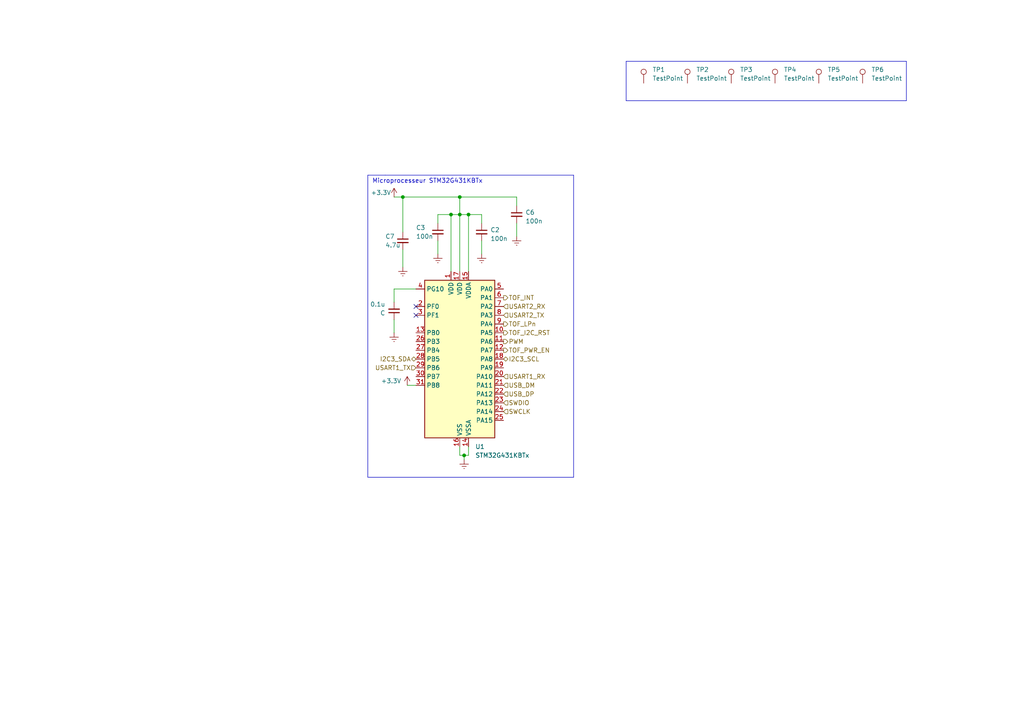
<source format=kicad_sch>
(kicad_sch (version 20230121) (generator eeschema)
  (paper "A4")
  (lib_symbols
    (symbol "Connector:TestPoint" (pin_numbers hide) (pin_names (offset 0.762) hide)
      (property "Reference" "TP" (at 0 6.858 0))
      (property "Value" "TestPoint" (at 0 5.08 0))
      (symbol "TestPoint_0_1"
        (circle (center 0 3.302) (radius 0.762))
      )
      (symbol "TestPoint_1_1"
        (pin passive line (at 0 0 90) (length 2.54) (name "1") (number "1"))
      )
    )
    (symbol "Device:C_Small" (pin_numbers hide) (pin_names (offset 0.254) hide)
      (property "Reference" "C" (at 0.254 1.778 0))
      (property "Value" "C_Small" (at 0.254 -2.032 0))
      (symbol "C_Small_0_1"
        (polyline (pts (xy -1.524 -0.508) (xy 1.524 -0.508)) (stroke (width 0.3302)))
        (polyline (pts (xy -1.524 0.508) (xy 1.524 0.508)) (stroke (width 0.3048)))
      )
      (symbol "C_Small_1_1"
        (pin passive line (at 0 2.54 270) (length 2.032) (name "~") (number "1"))
        (pin passive line (at 0 -2.54 90) (length 2.032) (name "~") (number "2"))
      )
    )
    (symbol "MCU_ST_STM32G4:STM32G431KBTx"
      (property "Reference" "U" (at -10.16 24.13 0))
      (property "Value" "STM32G431KBTx" (at 5.08 24.13 0))
      (symbol "STM32G431KBTx_0_1"
        (rectangle (start -10.16 -22.86) (end 10.16 22.86) (stroke (width 0.254)) (fill (type background)))
      )
      (symbol "STM32G431KBTx_1_1"
        (pin power_in line (at -2.54 25.4 270) (length 2.54) (name "VDD") (number "1"))
        (pin bidirectional line (at 12.7 7.62 180) (length 2.54) (name "PA5") (number "10"))
        (pin bidirectional line (at 12.7 5.08 180) (length 2.54) (name "PA6") (number "11"))
        (pin bidirectional line (at 12.7 2.54 180) (length 2.54) (name "PA7") (number "12"))
        (pin bidirectional line (at -12.7 7.62 0) (length 2.54) (name "PB0") (number "13"))
        (pin power_in line (at 2.54 -25.4 90) (length 2.54) (name "VSSA") (number "14"))
        (pin power_in line (at 2.54 25.4 270) (length 2.54) (name "VDDA") (number "15"))
        (pin power_in line (at 0 -25.4 90) (length 2.54) (name "VSS") (number "16"))
        (pin power_in line (at 0 25.4 270) (length 2.54) (name "VDD") (number "17"))
        (pin bidirectional line (at 12.7 0 180) (length 2.54) (name "PA8") (number "18"))
        (pin bidirectional line (at 12.7 -2.54 180) (length 2.54) (name "PA9") (number "19"))
        (pin bidirectional line (at -12.7 15.24 0) (length 2.54) (name "PF0") (number "2"))
        (pin bidirectional line (at 12.7 -5.08 180) (length 2.54) (name "PA10") (number "20"))
        (pin bidirectional line (at 12.7 -7.62 180) (length 2.54) (name "PA11") (number "21"))
        (pin bidirectional line (at 12.7 -10.16 180) (length 2.54) (name "PA12") (number "22"))
        (pin bidirectional line (at 12.7 -12.7 180) (length 2.54) (name "PA13") (number "23"))
        (pin bidirectional line (at 12.7 -15.24 180) (length 2.54) (name "PA14") (number "24"))
        (pin bidirectional line (at 12.7 -17.78 180) (length 2.54) (name "PA15") (number "25"))
        (pin bidirectional line (at -12.7 5.08 0) (length 2.54) (name "PB3") (number "26"))
        (pin bidirectional line (at -12.7 2.54 0) (length 2.54) (name "PB4") (number "27"))
        (pin bidirectional line (at -12.7 0 0) (length 2.54) (name "PB5") (number "28"))
        (pin bidirectional line (at -12.7 -2.54 0) (length 2.54) (name "PB6") (number "29"))
        (pin bidirectional line (at -12.7 12.7 0) (length 2.54) (name "PF1") (number "3"))
        (pin bidirectional line (at -12.7 -5.08 0) (length 2.54) (name "PB7") (number "30"))
        (pin bidirectional line (at -12.7 -7.62 0) (length 2.54) (name "PB8") (number "31"))
        (pin passive line (at 0 -25.4 90) (length 2.54) hide (name "VSS") (number "32"))
        (pin bidirectional line (at -12.7 20.32 0) (length 2.54) (name "PG10") (number "4"))
        (pin bidirectional line (at 12.7 20.32 180) (length 2.54) (name "PA0") (number "5"))
        (pin bidirectional line (at 12.7 17.78 180) (length 2.54) (name "PA1") (number "6"))
        (pin bidirectional line (at 12.7 15.24 180) (length 2.54) (name "PA2") (number "7"))
        (pin bidirectional line (at 12.7 12.7 180) (length 2.54) (name "PA3") (number "8"))
        (pin bidirectional line (at 12.7 10.16 180) (length 2.54) (name "PA4") (number "9"))
      )
    )
    (symbol "power:+3.3V" (power) (pin_names (offset 0))
      (property "Value" "+3.3V" (at 0 3.556 0))
      (symbol "+3.3V_0_1"
        (polyline (pts (xy -0.762 1.27) (xy 0 2.54)))
        (polyline (pts (xy 0 0) (xy 0 2.54)))
        (polyline (pts (xy 0 2.54) (xy 0.762 1.27)))
      )
      (symbol "+3.3V_1_1"
        (pin power_in line (at 0 0 90) (length 0) hide (name "+3.3V") (number "1"))
      )
    )
    (symbol "power:Earth" (power) (pin_names (offset 0))
      (symbol "Earth_0_1"
        (polyline (pts (xy -0.635 -1.905) (xy 0.635 -1.905)))
        (polyline (pts (xy -0.127 -2.54) (xy 0.127 -2.54)))
        (polyline (pts (xy 0 -1.27) (xy 0 0)))
        (polyline (pts (xy 1.27 -1.27) (xy -1.27 -1.27)))
      )
      (symbol "Earth_1_1"
        (pin power_in line (at 0 0 270) (length 0) hide (name "Earth") (number "1"))
      )
    )
  )
  (junction (at 133.35 62.23))
  (junction (at 134.62 132.08))
  (junction (at 116.84 57.15))
  (junction (at 130.81 62.23))
  (junction (at 135.89 62.23))
  (junction (at 133.35 57.15))
  (no_connect (at 120.65 91.44))
  (no_connect (at 120.65 88.9))
  (polyline (pts (xy 111.76 50.8) (xy 166.37 50.8)))
  (wire (pts (xy 116.84 57.15) (xy 116.84 67.31)))
  (wire (pts (xy 133.35 62.23) (xy 135.89 62.23)))
  (polyline (pts (xy 106.68 138.43) (xy 106.68 50.8)))
  (wire (pts (xy 134.62 132.08) (xy 134.62 133.35)))
  (wire (pts (xy 114.3 83.82) (xy 114.3 87.63)))
  (wire (pts (xy 135.89 132.08) (xy 134.62 132.08)))
  (wire (pts (xy 114.3 96.52) (xy 114.3 92.71)))
  (wire (pts (xy 135.89 62.23) (xy 135.89 78.74)))
  (wire (pts (xy 127 64.77) (xy 127 62.23)))
  (wire (pts (xy 127 69.85) (xy 127 73.66)))
  (polyline (pts (xy 181.61 17.78) (xy 262.89 17.78)))
  (wire (pts (xy 133.35 132.08) (xy 134.62 132.08)))
  (polyline (pts (xy 166.37 138.43) (xy 106.68 138.43)))
  (wire (pts (xy 139.7 64.77) (xy 139.7 62.23)))
  (wire (pts (xy 114.3 57.15) (xy 116.84 57.15)))
  (wire (pts (xy 130.81 62.23) (xy 130.81 78.74)))
  (polyline (pts (xy 262.89 29.21) (xy 181.61 29.21)))
  (wire (pts (xy 133.35 62.23) (xy 133.35 78.74)))
  (wire (pts (xy 118.11 111.76) (xy 120.65 111.76)))
  (polyline (pts (xy 262.89 17.78) (xy 262.89 29.21)))
  (wire (pts (xy 149.86 57.15) (xy 133.35 57.15)))
  (wire (pts (xy 135.89 62.23) (xy 139.7 62.23)))
  (wire (pts (xy 114.3 83.82) (xy 120.65 83.82)))
  (wire (pts (xy 149.86 59.69) (xy 149.86 57.15)))
  (wire (pts (xy 149.86 64.77) (xy 149.86 68.58)))
  (wire (pts (xy 127 62.23) (xy 130.81 62.23)))
  (wire (pts (xy 139.7 69.85) (xy 139.7 73.66)))
  (wire (pts (xy 135.89 129.54) (xy 135.89 132.08)))
  (wire (pts (xy 133.35 57.15) (xy 133.35 62.23)))
  (wire (pts (xy 116.84 57.15) (xy 133.35 57.15)))
  (wire (pts (xy 133.35 129.54) (xy 133.35 132.08)))
  (wire (pts (xy 130.81 62.23) (xy 133.35 62.23)))
  (polyline (pts (xy 181.61 17.78) (xy 181.61 29.21)))
  (polyline (pts (xy 106.68 50.8) (xy 111.76 50.8)))
  (wire (pts (xy 116.84 72.39) (xy 116.84 77.47)))
  (polyline (pts (xy 166.37 50.8) (xy 166.37 138.43)))
  (text "Microprocesseur STM32G431KBTx" (at 107.95 53.34 0) (effects (font (size 1.27 1.27)) (justify left bottom)))
  (hierarchical_label "SWCLK" (shape input) (at 146.05 119.38 0))
  (hierarchical_label "TOF_I2C_RST" (shape output) (at 146.05 96.52 0))
  (hierarchical_label "USART1_TX" (shape input) (at 120.65 106.68 180))
  (hierarchical_label "I2C3_SDA" (shape bidirectional) (at 120.65 104.14 180))
  (hierarchical_label "SWDIO" (shape input) (at 146.05 116.84 0))
  (hierarchical_label "USART2_RX" (shape input) (at 146.05 88.9 0))
  (hierarchical_label "PWM" (shape output) (at 146.05 99.06 0))
  (hierarchical_label "USART1_RX" (shape input) (at 146.05 109.22 0))
  (hierarchical_label "TOF_LPn" (shape output) (at 146.05 93.98 0))
  (hierarchical_label "I2C3_SCL" (shape bidirectional) (at 146.05 104.14 0))
  (hierarchical_label "USB_DP" (shape input) (at 146.05 114.3 0))
  (hierarchical_label "USART2_TX" (shape input) (at 146.05 91.44 0))
  (hierarchical_label "TOF_INT" (shape output) (at 146.05 86.36 0))
  (hierarchical_label "TOF_PWR_EN" (shape output) (at 146.05 101.6 0))
  (hierarchical_label "USB_DM" (shape input) (at 146.05 111.76 0))
  (symbol (lib_id "power:Earth") (at 116.84 77.47 0) (unit 1)
    (property "Reference" "#PWR011" (effects hide))
    (property "Value" "Earth" (effects hide))
    (instances (project "Projet_Controler" (path "" (reference "#PWR011") (unit 1)) (path "" (reference "#PWR022") (unit 1))))
  )
  (symbol (lib_id "Connector:TestPoint") (at 186.69 24.13 0) (unit 1)
    (property "Reference" "TP1" (at 189.23 20.193 0) (effects (justify left)))
    (property "Value" "TestPoint" (at 189.23 22.733 0) (effects (justify left)))
    (property "Footprint" "TestPoint:TestPoint_Pad_D1.5mm" (effects hide))
  )
  (symbol (lib_id "Device:C_Small") (at 114.3 90.17 180) (unit 1)
    (property "Reference" "C" (at 111.76 90.7987 0) (effects (justify left)))
    (property "Value" "0.1u" (at 111.76 88.2587 0) (effects (justify left)))
    (instances (project "Projet_Controler" (path "" (reference "C") (unit 1)) (path "" (reference "C9") (unit 1))))
  )
  (symbol (lib_id "Device:C_Small") (at 149.86 62.23 0) (unit 1)
    (property "Reference" "C6" (at 152.4 61.6013 0) (effects (justify left)))
    (property "Value" "100n" (at 152.4 64.1413 0) (effects (justify left)))
    (instances (project "Projet_Controler" (path "" (reference "C6") (unit 1)) (path "" (reference "C14") (unit 1))))
  )
  (symbol (lib_id "Connector:TestPoint") (at 224.79 24.13 0) (unit 1)
    (property "Reference" "TP4" (at 227.33 20.193 0) (effects (justify left)))
    (property "Value" "TestPoint" (at 227.33 22.733 0) (effects (justify left)))
    (property "Footprint" "TestPoint:TestPoint_Pad_D1.5mm" (effects hide))
  )
  (symbol (lib_id "power:Earth") (at 114.3 96.52 0) (unit 1)
    (property "Reference" "#PWR010" (effects hide))
    (property "Value" "Earth" (effects hide))
    (instances (project "Projet_Controler" (path "" (reference "#PWR010") (unit 1)) (path "" (reference "#PWR021") (unit 1))))
  )
  (symbol (lib_id "Connector:TestPoint") (at 212.09 24.13 0) (unit 1)
    (property "Reference" "TP3" (at 214.63 20.193 0) (effects (justify left)))
    (property "Value" "TestPoint" (at 214.63 22.733 0) (effects (justify left)))
    (property "Footprint" "TestPoint:TestPoint_Pad_D1.5mm" (effects hide))
  )
  (symbol (lib_id "Device:C_Small") (at 116.84 69.85 0) (unit 1)
    (property "Reference" "C7" (at 111.76 68.58 0) (effects (justify left)))
    (property "Value" "4.7u" (at 111.76 71.12 0) (effects (justify left)))
    (instances (project "Projet_Controler" (path "" (reference "C7") (unit 1)) (path "" (reference "C11") (unit 1))))
  )
  (symbol (lib_id "Connector:TestPoint") (at 250.19 24.13 0) (unit 1)
    (property "Reference" "TP6" (at 252.73 20.193 0) (effects (justify left)))
    (property "Value" "TestPoint" (at 252.73 22.733 0) (effects (justify left)))
    (property "Footprint" "TestPoint:TestPoint_Pad_D1.5mm" (effects hide))
  )
  (symbol (lib_id "power:Earth") (at 134.62 133.35 0) (unit 1)
    (property "Reference" "#PWR09" (effects hide))
    (property "Value" "Earth" (effects hide))
    (instances (project "Projet_Controler" (path "" (reference "#PWR09") (unit 1)) (path "" (reference "#PWR025") (unit 1))))
  )
  (symbol (lib_id "Connector:TestPoint") (at 237.49 24.13 0) (unit 1)
    (property "Reference" "TP5" (at 240.03 20.193 0) (effects (justify left)))
    (property "Value" "TestPoint" (at 240.03 22.733 0) (effects (justify left)))
    (property "Footprint" "TestPoint:TestPoint_Pad_D1.5mm" (effects hide))
  )
  (symbol (lib_id "power:Earth") (at 127 73.66 0) (unit 1)
    (property "Reference" "#PWR012" (effects hide))
    (property "Value" "Earth" (effects hide))
    (instances (project "Projet_Controler" (path "" (reference "#PWR012") (unit 1)) (path "" (reference "#PWR024") (unit 1))))
  )
  (symbol (lib_id "power:Earth") (at 139.7 73.66 0) (unit 1)
    (property "Reference" "#PWR013" (effects hide))
    (property "Value" "Earth" (effects hide))
    (instances (project "Projet_Controler" (path "" (reference "#PWR013") (unit 1)) (path "" (reference "#PWR026") (unit 1))))
  )
  (symbol (lib_id "Connector:TestPoint") (at 199.39 24.13 0) (unit 1)
    (property "Reference" "TP2" (at 201.93 20.193 0) (effects (justify left)))
    (property "Value" "TestPoint" (at 201.93 22.733 0) (effects (justify left)))
    (property "Footprint" "TestPoint:TestPoint_Pad_D1.5mm" (effects hide))
  )
  (symbol (lib_id "power:+3.3V") (at 118.11 111.76 0) (unit 1)
    (property "Reference" "#PWR015" (effects hide))
    (property "Value" "+3.3V" (at 110.49 110.49 0) (effects (justify left)))
    (instances (project "Projet_Controler" (path "" (reference "#PWR015") (unit 1)) (path "" (reference "#PWR023") (unit 1))))
  )
  (symbol (lib_id "power:+3.3V") (at 114.3 57.15 0) (unit 1)
    (property "Reference" "#PWR013" (effects hide))
    (property "Value" "+3.3V" (at 110.49 55.88 0))
  )
  (symbol (lib_id "power:Earth") (at 149.86 68.58 0) (unit 1)
    (property "Reference" "#PWR014" (effects hide))
    (property "Value" "Earth" (effects hide))
    (instances (project "Projet_Controler" (path "" (reference "#PWR014") (unit 1)) (path "" (reference "#PWR027") (unit 1))))
  )
  (symbol (lib_id "Device:C_Small") (at 139.7 67.31 0) (unit 1)
    (property "Reference" "C2" (at 142.24 66.6813 0) (effects (justify left)))
    (property "Value" "100n" (at 142.24 69.2213 0) (effects (justify left)))
    (instances (project "Projet_Controler" (path "" (reference "C2") (unit 1)) (path "" (reference "C13") (unit 1))))
  )
  (symbol (lib_id "Device:C_Small") (at 127 67.31 0) (unit 1)
    (property "Reference" "C3" (at 120.65 66.04 0) (effects (justify left)))
    (property "Value" "100n" (at 120.65 68.58 0) (effects (justify left)))
    (instances (project "Projet_Controler" (path "" (reference "C3") (unit 1)) (path "" (reference "C12") (unit 1))))
  )
  (symbol (lib_id "MCU_ST_STM32G4:STM32G431KBTx") (at 133.35 104.14 0) (unit 1)
    (property "Reference" "U1" (at 137.8459 129.54 0) (effects (justify left)))
    (property "Value" "STM32G431KBTx" (at 137.8459 132.08 0) (effects (justify left)))
    (property "Footprint" "Package_QFP:LQFP-32_7x7mm_P0.8mm" (effects hide))
    (property "Datasheet" "https://www.st.com/resource/en/datasheet/stm32g431kb.pdf" (effects hide))
    (instances (project "Projet_Controler" (path "" (reference "U1") (unit 1)) (path "" (reference "U3") (unit 1))))
  )
)
</source>
